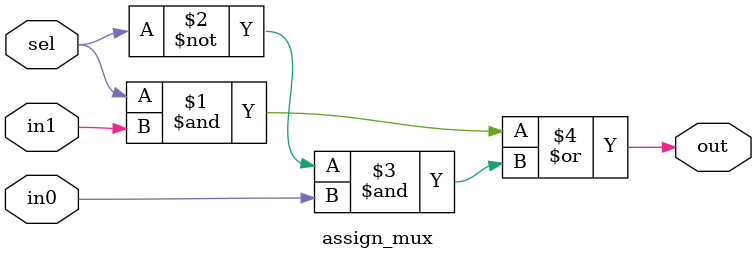
<source format=v>
module assign_mux (
  input in0,
  input in1,
  input sel,
  output out
);

  assign out = (sel & in1) | (~sel & in0);

endmodule
</source>
